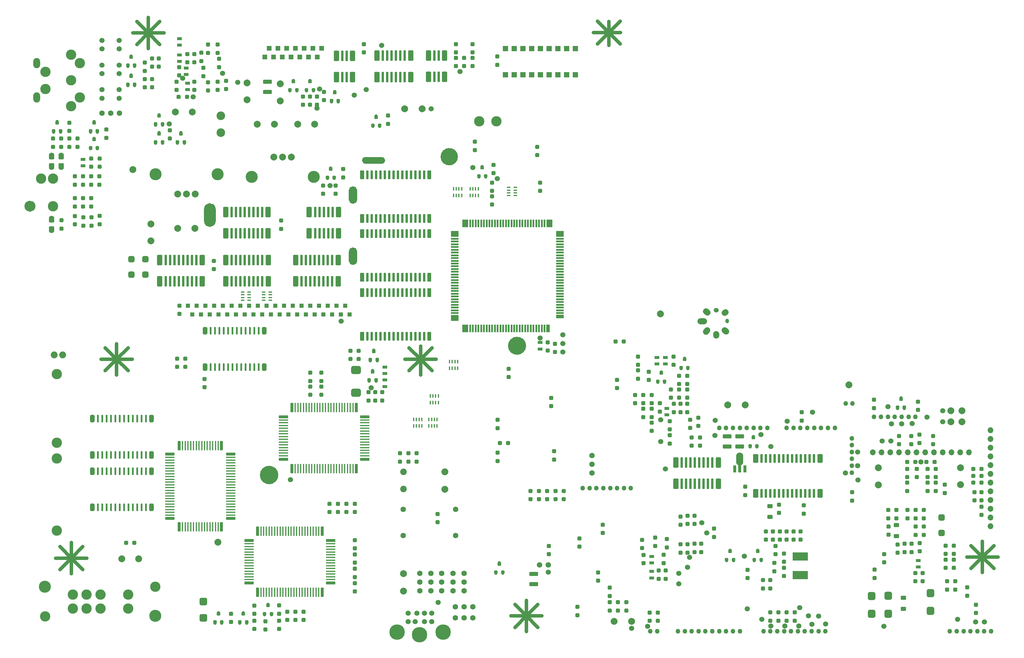
<source format=gbs>
G04 #@! TF.GenerationSoftware,KiCad,Pcbnew,7.0.8*
G04 #@! TF.CreationDate,2023-11-11T13:49:27+01:00*
G04 #@! TF.ProjectId,PCE,5043452e-6b69-4636-9164-5f7063625858,1.3*
G04 #@! TF.SameCoordinates,Original*
G04 #@! TF.FileFunction,Soldermask,Bot*
G04 #@! TF.FilePolarity,Negative*
%FSLAX46Y46*%
G04 Gerber Fmt 4.6, Leading zero omitted, Abs format (unit mm)*
G04 Created by KiCad (PCBNEW 7.0.8) date 2023-11-11 13:49:27*
%MOMM*%
%LPD*%
G01*
G04 APERTURE LIST*
G04 Aperture macros list*
%AMRoundRect*
0 Rectangle with rounded corners*
0 $1 Rounding radius*
0 $2 $3 $4 $5 $6 $7 $8 $9 X,Y pos of 4 corners*
0 Add a 4 corners polygon primitive as box body*
4,1,4,$2,$3,$4,$5,$6,$7,$8,$9,$2,$3,0*
0 Add four circle primitives for the rounded corners*
1,1,$1+$1,$2,$3*
1,1,$1+$1,$4,$5*
1,1,$1+$1,$6,$7*
1,1,$1+$1,$8,$9*
0 Add four rect primitives between the rounded corners*
20,1,$1+$1,$2,$3,$4,$5,0*
20,1,$1+$1,$4,$5,$6,$7,0*
20,1,$1+$1,$6,$7,$8,$9,0*
20,1,$1+$1,$8,$9,$2,$3,0*%
G04 Aperture macros list end*
%ADD10C,2.525000*%
%ADD11C,0.150000*%
%ADD12C,1.000000*%
%ADD13C,1.700000*%
%ADD14C,2.675000*%
%ADD15C,1.750000*%
%ADD16C,1.250000*%
%ADD17C,2.650000*%
%ADD18C,1.620000*%
%ADD19C,3.000000*%
%ADD20O,1.350000X1.350000*%
%ADD21C,1.600000*%
%ADD22C,1.500000*%
%ADD23C,2.000000*%
%ADD24O,1.700000X1.700000*%
%ADD25O,2.000000X3.000000*%
%ADD26C,4.500000*%
%ADD27RoundRect,0.070000X0.630000X0.630000X-0.630000X0.630000X-0.630000X-0.630000X0.630000X-0.630000X0*%
%ADD28O,2.000000X2.000000*%
%ADD29C,2.500000*%
%ADD30C,3.500000*%
%ADD31R,1.600000X1.600000*%
%ADD32C,1.900000*%
%ADD33RoundRect,0.292682X-0.307318X0.307318X-0.307318X-0.307318X0.307318X-0.307318X0.307318X0.307318X0*%
%ADD34RoundRect,0.292682X0.307318X-0.307318X0.307318X0.307318X-0.307318X0.307318X-0.307318X-0.307318X0*%
%ADD35RoundRect,0.200000X0.300000X-0.300000X0.300000X0.300000X-0.300000X0.300000X-0.300000X-0.300000X0*%
%ADD36C,1.000000*%
%ADD37RoundRect,0.250000X0.250000X-0.250000X0.250000X0.250000X-0.250000X0.250000X-0.250000X-0.250000X0*%
%ADD38RoundRect,0.207500X-0.207500X-1.181875X0.207500X-1.181875X0.207500X1.181875X-0.207500X1.181875X0*%
%ADD39RoundRect,0.103750X-0.103750X-1.285625X0.103750X-1.285625X0.103750X1.285625X-0.103750X1.285625X0*%
%ADD40RoundRect,0.207500X-1.181875X0.207500X-1.181875X-0.207500X1.181875X-0.207500X1.181875X0.207500X0*%
%ADD41RoundRect,0.103750X-1.285625X0.103750X-1.285625X-0.103750X1.285625X-0.103750X1.285625X0.103750X0*%
%ADD42RoundRect,0.150000X0.600000X-1.350000X0.600000X1.350000X-0.600000X1.350000X-0.600000X-1.350000X0*%
%ADD43RoundRect,0.060000X0.240000X-1.440000X0.240000X1.440000X-0.240000X1.440000X-0.240000X-1.440000X0*%
%ADD44R,0.400000X1.100000*%
%ADD45R,1.100000X0.400000*%
%ADD46RoundRect,0.478260X-0.621740X0.671740X-0.621740X-0.671740X0.621740X-0.671740X0.621740X0.671740X0*%
%ADD47RoundRect,0.219512X0.480488X-0.230488X0.480488X0.230488X-0.480488X0.230488X-0.480488X-0.230488X0*%
%ADD48R,0.900000X2.000000*%
%ADD49R,0.900000X2.500000*%
%ADD50RoundRect,1.050000X0.000000X-0.825000X0.000000X0.825000X0.000000X0.825000X0.000000X-0.825000X0*%
%ADD51RoundRect,0.292682X0.307318X0.307318X-0.307318X0.307318X-0.307318X-0.307318X0.307318X-0.307318X0*%
%ADD52RoundRect,0.292682X-0.307318X-0.307318X0.307318X-0.307318X0.307318X0.307318X-0.307318X0.307318X0*%
%ADD53RoundRect,0.060000X0.240000X-1.190000X0.240000X1.190000X-0.240000X1.190000X-0.240000X-1.190000X0*%
%ADD54RoundRect,0.391304X0.508696X-0.508696X0.508696X0.508696X-0.508696X0.508696X-0.508696X-0.508696X0*%
%ADD55RoundRect,0.250000X-0.550000X0.325000X-0.550000X-0.325000X0.550000X-0.325000X0.550000X0.325000X0*%
%ADD56RoundRect,0.326087X-0.473913X0.423913X-0.473913X-0.423913X0.473913X-0.423913X0.473913X0.423913X0*%
%ADD57R,2.300000X1.750000*%
%ADD58R,2.300000X0.500000*%
%ADD59R,1.750000X2.300000*%
%ADD60R,0.500000X2.300000*%
%ADD61R,2.300000X1.000000*%
%ADD62R,1.000000X2.300000*%
%ADD63RoundRect,0.325000X-0.325000X-0.753750X0.325000X-0.753750X0.325000X0.753750X-0.325000X0.753750X0*%
%ADD64RoundRect,0.142500X-0.142500X-0.936250X0.142500X-0.936250X0.142500X0.936250X-0.142500X0.936250X0*%
%ADD65RoundRect,0.250000X1.050000X-0.325000X1.050000X0.325000X-1.050000X0.325000X-1.050000X-0.325000X0*%
%ADD66RoundRect,0.326087X0.473913X-0.423913X0.473913X0.423913X-0.473913X0.423913X-0.473913X-0.423913X0*%
%ADD67RoundRect,0.219512X-0.480488X0.230488X-0.480488X-0.230488X0.480488X-0.230488X0.480488X0.230488X0*%
%ADD68RoundRect,0.151000X-0.604000X1.099000X-0.604000X-1.099000X0.604000X-1.099000X0.604000X1.099000X0*%
%ADD69RoundRect,0.060000X-0.240000X1.190000X-0.240000X-1.190000X0.240000X-1.190000X0.240000X1.190000X0*%
%ADD70RoundRect,0.250000X-1.050000X0.325000X-1.050000X-0.325000X1.050000X-0.325000X1.050000X0.325000X0*%
%ADD71RoundRect,0.478260X-0.621740X0.621740X-0.621740X-0.621740X0.621740X-0.621740X0.621740X0.621740X0*%
%ADD72R,4.400000X2.400000*%
%ADD73RoundRect,0.062500X0.562500X0.562500X-0.562500X0.562500X-0.562500X-0.562500X0.562500X-0.562500X0*%
%ADD74RoundRect,0.207500X0.207500X1.181875X-0.207500X1.181875X-0.207500X-1.181875X0.207500X-1.181875X0*%
%ADD75RoundRect,0.103750X0.103750X1.285625X-0.103750X1.285625X-0.103750X-1.285625X0.103750X-1.285625X0*%
%ADD76RoundRect,0.150000X-0.600000X1.350000X-0.600000X-1.350000X0.600000X-1.350000X0.600000X1.350000X0*%
%ADD77RoundRect,0.060000X-0.240000X1.440000X-0.240000X-1.440000X0.240000X-1.440000X0.240000X1.440000X0*%
%ADD78RoundRect,0.499999X-0.900001X0.650001X-0.900001X-0.650001X0.900001X-0.650001X0.900001X0.650001X0*%
%ADD79RoundRect,0.391304X-0.508696X0.508696X-0.508696X-0.508696X0.508696X-0.508696X0.508696X0.508696X0*%
G04 APERTURE END LIST*
D10*
X192262500Y-82600000D02*
G75*
G03*
X192262500Y-82600000I-1262500J0D01*
G01*
D11*
X119800000Y-97800000D02*
X123050000Y-97800000D01*
X123050000Y-101350000D01*
X119800000Y-101350000D01*
X119800000Y-97800000D01*
G36*
X119800000Y-97800000D02*
G01*
X123050000Y-97800000D01*
X123050000Y-101350000D01*
X119800000Y-101350000D01*
X119800000Y-97800000D01*
G37*
D12*
X179350000Y-144900000D02*
X182675000Y-141575000D01*
X81175000Y-203975000D02*
X81175000Y-194925000D01*
D13*
X122275000Y-97800000D02*
G75*
G03*
X122275000Y-97800000I-850000J0D01*
G01*
D12*
X77850000Y-202775000D02*
X81175000Y-199450000D01*
X81175000Y-199450000D02*
X84500000Y-202775000D01*
X234075000Y-43150000D02*
X237400000Y-46475000D01*
X213425000Y-216275000D02*
X216750000Y-219600000D01*
X210100000Y-212950000D02*
X213425000Y-216275000D01*
X182675000Y-141575000D02*
X186000000Y-144900000D01*
D14*
X139987500Y-175250000D02*
G75*
G03*
X139987500Y-175250000I-1337500J0D01*
G01*
D12*
X91000000Y-144900000D02*
X94325000Y-141575000D01*
X103550000Y-51125000D02*
X103550000Y-42075000D01*
X237400000Y-50200000D02*
X237400000Y-43275000D01*
X84500000Y-196125000D02*
X81175000Y-199450000D01*
X91000000Y-138250000D02*
X94325000Y-141575000D01*
X94325000Y-146100000D02*
X94325000Y-137050000D01*
X186000000Y-138250000D02*
X182675000Y-141575000D01*
D15*
X271030261Y-128044738D02*
X271253805Y-127821194D01*
X263950000Y-130500000D02*
X265000000Y-130500000D01*
D12*
X341450000Y-199125000D02*
X350500000Y-199125000D01*
X210100000Y-219600000D02*
X213425000Y-216275000D01*
D16*
X163650000Y-110250000D02*
G75*
G03*
X163650000Y-110250000I-625000J0D01*
G01*
D12*
X103550000Y-46600000D02*
X106875000Y-49925000D01*
X167125000Y-83675000D02*
G75*
G03*
X167125000Y-83675000I-500000J0D01*
G01*
X94325000Y-141575000D02*
X97650000Y-144900000D01*
X171875000Y-83675000D02*
G75*
G03*
X171875000Y-83675000I-500000J0D01*
G01*
X89800000Y-141575000D02*
X98850000Y-141575000D01*
D15*
X271394738Y-133444739D02*
X271005261Y-133055262D01*
D12*
X208900000Y-216275000D02*
X217950000Y-216275000D01*
X342650000Y-195800000D02*
X345975000Y-199125000D01*
D16*
X268450000Y-127250000D02*
X268650000Y-127250000D01*
D15*
X265555261Y-133519738D02*
X265944738Y-133130261D01*
D16*
X163650000Y-95050000D02*
G75*
G03*
X163650000Y-95050000I-625000J0D01*
G01*
D12*
X97650000Y-138250000D02*
X94325000Y-141575000D01*
X240725000Y-43150000D02*
X237400000Y-46475000D01*
X179350000Y-138250000D02*
X182675000Y-141575000D01*
D15*
X268575000Y-134650000D02*
X268575000Y-134150000D01*
G36*
X166625000Y-82675000D02*
G01*
X171375000Y-82675000D01*
X171375000Y-84675000D01*
X166625000Y-84675000D01*
X166625000Y-82675000D01*
G37*
D12*
X349300000Y-195800000D02*
X345975000Y-199125000D01*
D16*
X163650000Y-92450000D02*
G75*
G03*
X163650000Y-92450000I-625000J0D01*
G01*
D15*
X265969738Y-127944739D02*
X265580261Y-127555262D01*
D12*
X99025000Y-46600000D02*
X108075000Y-46600000D01*
X271725000Y-130525000D02*
X271725000Y-130325000D01*
D17*
X212025000Y-137625000D02*
G75*
G03*
X212025000Y-137625000I-1325000J0D01*
G01*
D12*
X106875000Y-43275000D02*
X103550000Y-46600000D01*
X76650000Y-199450000D02*
X85700000Y-199450000D01*
X100225000Y-43275000D02*
X103550000Y-46600000D01*
X232875000Y-46475000D02*
X240750000Y-46475000D01*
G36*
X161775000Y-110250000D02*
G01*
X164275000Y-110250000D01*
X164275000Y-112850000D01*
X161775000Y-112850000D01*
X161775000Y-110250000D01*
G37*
X345975000Y-199125000D02*
X349300000Y-202450000D01*
X342650000Y-202450000D02*
X345975000Y-199125000D01*
G36*
X161775000Y-92450000D02*
G01*
X164275000Y-92450000D01*
X164275000Y-95050000D01*
X161775000Y-95050000D01*
X161775000Y-92450000D01*
G37*
X77850000Y-196125000D02*
X81175000Y-199450000D01*
X213425000Y-220800000D02*
X213425000Y-211750000D01*
D18*
X69954400Y-97002600D02*
G75*
G03*
X69954400Y-97002600I-810000J0D01*
G01*
D12*
X178150000Y-141575000D02*
X187200000Y-141575000D01*
X100225000Y-49925000D02*
X103550000Y-46600000D01*
X216750000Y-212950000D02*
X213425000Y-216275000D01*
D16*
X163650000Y-112850000D02*
G75*
G03*
X163650000Y-112850000I-625000J0D01*
G01*
D12*
X234075000Y-49800000D02*
X237400000Y-46475000D01*
X237400000Y-46475000D02*
X240725000Y-49800000D01*
X182675000Y-146100000D02*
X182675000Y-137775000D01*
D13*
X122275000Y-101350000D02*
G75*
G03*
X122275000Y-101350000I-850000J0D01*
G01*
D12*
X345975000Y-203650000D02*
X345975000Y-194600000D01*
D19*
X76975000Y-165850000D03*
X76975000Y-145850000D03*
D20*
X303050000Y-161575000D03*
X301050000Y-161575000D03*
X299050000Y-161575000D03*
X297050000Y-161575000D03*
X295050000Y-161575000D03*
X293050000Y-161575000D03*
X291050000Y-161575000D03*
X289050000Y-161575000D03*
D21*
X192785000Y-213591200D03*
X195325000Y-213591200D03*
X197865000Y-213591200D03*
D22*
X95100000Y-65600000D03*
X90100000Y-65600000D03*
X95100000Y-63100000D03*
X90100000Y-63100000D03*
D21*
X232460800Y-169545000D03*
X232460800Y-172085000D03*
X232460800Y-174625000D03*
D20*
X249450000Y-220700000D03*
X251450000Y-220700000D03*
D22*
X95100000Y-58425000D03*
X90100000Y-58425000D03*
X95100000Y-55925000D03*
X90100000Y-55925000D03*
D20*
X282325000Y-220700000D03*
X284325000Y-220700000D03*
X286325000Y-220700000D03*
X288325000Y-220700000D03*
X290325000Y-220700000D03*
X292325000Y-220700000D03*
X294325000Y-220700000D03*
X296325000Y-220700000D03*
X298325000Y-220700000D03*
X300325000Y-220700000D03*
D21*
X192850000Y-185275000D03*
X177610000Y-185275000D03*
X177610000Y-192895000D03*
X192850000Y-192895000D03*
X182425000Y-208965000D03*
X182425000Y-206425000D03*
X182425000Y-203885000D03*
D23*
X339625000Y-173100000D03*
X339625000Y-178075000D03*
X111375000Y-69575000D03*
X116350000Y-69575000D03*
D22*
X95100000Y-51225000D03*
X90100000Y-51225000D03*
X95100000Y-48725000D03*
X90100000Y-48725000D03*
D24*
X314080000Y-168650000D03*
X316620000Y-168650000D03*
X319160000Y-168650000D03*
X321700000Y-168650000D03*
X324240000Y-168650000D03*
X326780000Y-168650000D03*
X329320000Y-168650000D03*
X331860000Y-168650000D03*
X334400000Y-168650000D03*
X336940000Y-168650000D03*
X339480000Y-168650000D03*
X342020000Y-168650000D03*
D23*
X141875000Y-61400000D03*
X141875000Y-66375000D03*
D21*
X219750000Y-201425000D03*
X217210000Y-201425000D03*
D23*
X123800000Y-194850000D03*
D21*
X185630000Y-208965000D03*
X185630000Y-206425000D03*
X185630000Y-203885000D03*
D20*
X283450000Y-161575000D03*
X281450000Y-161575000D03*
X279450000Y-161575000D03*
X277450000Y-161575000D03*
X275450000Y-161575000D03*
X273450000Y-161575000D03*
X271450000Y-161575000D03*
X269450000Y-161575000D03*
D21*
X192055000Y-208975000D03*
X192055000Y-206435000D03*
X192055000Y-203895000D03*
D25*
X71127600Y-65375800D03*
D19*
X73627600Y-62875800D03*
X73627600Y-57875800D03*
D25*
X71127600Y-55375800D03*
D19*
X81127600Y-67875800D03*
X81127600Y-60375800D03*
X81127600Y-52875800D03*
X83627600Y-65375800D03*
X83627600Y-55375800D03*
D20*
X257450000Y-220700000D03*
X259450000Y-220700000D03*
X261450000Y-220700000D03*
X263450000Y-220700000D03*
X265450000Y-220700000D03*
X267450000Y-220700000D03*
X269450000Y-220700000D03*
X271450000Y-220700000D03*
X273450000Y-220700000D03*
X275450000Y-220700000D03*
D23*
X315675000Y-173150000D03*
X315675000Y-178125000D03*
D26*
X189225000Y-220950000D03*
X182375000Y-221700000D03*
X175825000Y-220950000D03*
D22*
X183775000Y-217950000D03*
X181125000Y-217950000D03*
X185875000Y-217950000D03*
X183775000Y-215450000D03*
X179075000Y-217950000D03*
X185875000Y-215450000D03*
X181575000Y-215450000D03*
X179075000Y-215450000D03*
D20*
X336475000Y-220700000D03*
X338475000Y-220700000D03*
X340475000Y-220700000D03*
X342475000Y-220700000D03*
X344475000Y-220700000D03*
X346475000Y-220700000D03*
X348475000Y-220700000D03*
D23*
X189705000Y-174300000D03*
X189705000Y-179380000D03*
X99025000Y-86325000D03*
D27*
X137380000Y-53575000D03*
X138650000Y-51035000D03*
X139920000Y-53575000D03*
X141190000Y-51035000D03*
X142460000Y-53575000D03*
X143730000Y-51035000D03*
X145000000Y-53575000D03*
X146270000Y-51035000D03*
X147540000Y-53575000D03*
X148810000Y-51035000D03*
X150080000Y-53575000D03*
X151350000Y-51035000D03*
X152620000Y-53575000D03*
X153890000Y-51035000D03*
D23*
X135225000Y-73150000D03*
X140200000Y-73150000D03*
X177695000Y-209050000D03*
X177695000Y-203970000D03*
D28*
X76175000Y-140250000D03*
X78675000Y-140250000D03*
D20*
X308000000Y-174550000D03*
X308000000Y-172550000D03*
X308000000Y-170550000D03*
X308000000Y-168550000D03*
X308000000Y-166550000D03*
X308000000Y-164550000D03*
D23*
X95786800Y-199675000D03*
X100761800Y-199675000D03*
D19*
X76975000Y-170425000D03*
X76975000Y-191425000D03*
D23*
X336750000Y-156525000D03*
X336750000Y-159775000D03*
X340000000Y-156525000D03*
X340000000Y-159775000D03*
D21*
X95165000Y-69925000D03*
X92625000Y-69925000D03*
X90085000Y-69925000D03*
D20*
X243775000Y-179025000D03*
X241775000Y-179025000D03*
X239775000Y-179025000D03*
X237775000Y-179025000D03*
X235775000Y-179025000D03*
X233775000Y-179025000D03*
X231775000Y-179025000D03*
X229775000Y-179025000D03*
D21*
X188825000Y-208955000D03*
X188825000Y-206415000D03*
X188825000Y-203875000D03*
D19*
X199725000Y-72325000D03*
X204700000Y-72325000D03*
D23*
X183125000Y-68700000D03*
X178045000Y-68700000D03*
D20*
X326475000Y-158325000D03*
X324475000Y-158325000D03*
X322475000Y-158325000D03*
X320475000Y-158325000D03*
X318475000Y-158325000D03*
X316475000Y-158325000D03*
X314475000Y-158325000D03*
D23*
X307175000Y-148975000D03*
D20*
X308200000Y-154425000D03*
X306200000Y-154425000D03*
D22*
X144875000Y-176650000D03*
D23*
X252400000Y-128375000D03*
X271920000Y-154825000D03*
X277000000Y-154825000D03*
X104300000Y-102150000D03*
X104300000Y-107125000D03*
D29*
X124600000Y-70650000D03*
X124600000Y-75625000D03*
D30*
X105580000Y-216265000D03*
D19*
X105580000Y-207795000D03*
X73560000Y-216395000D03*
D30*
X73440000Y-207795000D03*
D19*
X97660000Y-214085000D03*
X97660000Y-210085000D03*
X89610000Y-214085000D03*
X89610000Y-210085000D03*
X85610000Y-214085000D03*
X85610000Y-210085000D03*
X81610000Y-214085000D03*
X81610000Y-210085000D03*
D31*
X207375000Y-58770000D03*
X209915000Y-58770000D03*
X212455000Y-58770000D03*
X214995000Y-58770000D03*
X217535000Y-58770000D03*
X220075000Y-58770000D03*
X222615000Y-58770000D03*
X225155000Y-58770000D03*
X227695000Y-58770000D03*
X227695000Y-51150000D03*
X225155000Y-51150000D03*
X222615000Y-51150000D03*
X220075000Y-51150000D03*
X217535000Y-51150000D03*
X214995000Y-51150000D03*
X212455000Y-51150000D03*
X209915000Y-51150000D03*
X207375000Y-51150000D03*
D21*
X192772800Y-216791600D03*
X195312800Y-216791600D03*
X197852800Y-216791600D03*
D19*
X72344400Y-89002600D03*
X75844400Y-89002600D03*
X75844400Y-97002600D03*
D23*
X112110000Y-93475000D03*
D30*
X123650000Y-87725000D03*
D23*
X114650000Y-93475000D03*
D30*
X105650000Y-87725000D03*
D23*
X117190000Y-93475000D03*
D21*
X195305000Y-208975000D03*
X195305000Y-206435000D03*
X195305000Y-203895000D03*
D22*
X252425000Y-159175000D03*
D23*
X112100000Y-103475000D03*
X117075000Y-103475000D03*
D32*
X177700000Y-179350000D03*
X177700000Y-174350000D03*
D22*
X224050000Y-139450000D03*
X224050000Y-136950000D03*
X224050000Y-134450000D03*
D23*
X145140000Y-82725000D03*
D30*
X133600000Y-88475000D03*
D23*
X142600000Y-82725000D03*
D30*
X151600000Y-88475000D03*
D23*
X140060000Y-82725000D03*
D24*
X348300000Y-162185000D03*
X348300000Y-164725000D03*
X348300000Y-167265000D03*
X348300000Y-169805000D03*
X348300000Y-172345000D03*
X348300000Y-174885000D03*
X348300000Y-177425000D03*
X348300000Y-179965000D03*
X348300000Y-182505000D03*
X348300000Y-185045000D03*
X348300000Y-187585000D03*
X348300000Y-190125000D03*
D23*
X146925000Y-73150000D03*
X151900000Y-73150000D03*
D22*
X252500000Y-165550000D03*
D23*
X132200000Y-61100000D03*
X132200000Y-66075000D03*
X238920000Y-217875000D03*
X244000000Y-217875000D03*
D33*
X152525000Y-65075000D03*
X152525000Y-67475000D03*
X217075000Y-179912500D03*
X217075000Y-182312500D03*
D34*
X161075000Y-186025000D03*
X161075000Y-183625000D03*
D33*
X330050000Y-177475000D03*
X330050000Y-179875000D03*
D35*
X131150000Y-215650000D03*
D36*
X131150000Y-215350000D03*
X132150000Y-218350000D03*
D37*
X132150000Y-218050000D03*
D36*
X130150000Y-218350000D03*
D37*
X130150000Y-218050000D03*
D34*
X242500000Y-214675000D03*
X242500000Y-212275000D03*
X216600000Y-82150000D03*
X216600000Y-79750000D03*
D38*
X135320000Y-191599000D03*
D39*
X136260000Y-191599000D03*
X137060000Y-191599000D03*
X137860000Y-191599000D03*
X138660000Y-191599000D03*
X139460000Y-191599000D03*
X140260000Y-191599000D03*
X141060000Y-191599000D03*
X141860000Y-191599000D03*
X142660000Y-191599000D03*
X143460000Y-191599000D03*
X144260000Y-191599000D03*
X145060000Y-191599000D03*
X145860000Y-191599000D03*
X146660000Y-191599000D03*
X147460000Y-191599000D03*
X148260000Y-191599000D03*
X149060000Y-191599000D03*
X149860000Y-191599000D03*
X150660000Y-191599000D03*
X151460000Y-191599000D03*
X152260000Y-191599000D03*
X153060000Y-191599000D03*
D38*
X154040000Y-191599000D03*
D40*
X156496800Y-194315000D03*
D41*
X156496800Y-195255000D03*
X156496800Y-196055000D03*
X156496800Y-196855000D03*
X156496800Y-197655000D03*
X156496800Y-198455000D03*
X156496800Y-199255000D03*
X156496800Y-200055000D03*
X156496800Y-200855000D03*
X156496800Y-201655000D03*
X156496800Y-202455000D03*
X156496800Y-203255000D03*
X156496800Y-204055000D03*
X156496800Y-204855000D03*
X156496800Y-205655000D03*
D40*
X156496800Y-206655000D03*
D38*
X154040000Y-209360200D03*
D39*
X153060000Y-209360200D03*
X152260000Y-209360200D03*
X151460000Y-209360200D03*
X150660000Y-209360200D03*
X149860000Y-209360200D03*
X149060000Y-209360200D03*
X148260000Y-209360200D03*
X147460000Y-209360200D03*
X146660000Y-209360200D03*
X145860000Y-209360200D03*
X145060000Y-209360200D03*
X144260000Y-209360200D03*
X143460000Y-209360200D03*
X142660000Y-209360200D03*
X141860000Y-209360200D03*
X141060000Y-209360200D03*
X140260000Y-209360200D03*
X139460000Y-209360200D03*
X138660000Y-209360200D03*
X137860000Y-209360200D03*
X137060000Y-209360200D03*
X136260000Y-209360200D03*
D38*
X135320000Y-209360200D03*
D40*
X132868400Y-206655000D03*
D41*
X132868400Y-205655000D03*
X132868400Y-204855000D03*
X132868400Y-204055000D03*
X132868400Y-203255000D03*
X132868400Y-202455000D03*
X132868400Y-201655000D03*
X132868400Y-200855000D03*
X132868400Y-200055000D03*
X132868400Y-199255000D03*
X132868400Y-198455000D03*
X132868400Y-197655000D03*
X132868400Y-196855000D03*
X132868400Y-196055000D03*
X132868400Y-195255000D03*
D40*
X132868400Y-194315000D03*
D22*
X166825000Y-63075000D03*
D42*
X158805000Y-104875000D03*
D43*
X157090000Y-104875000D03*
X155820000Y-104875000D03*
X154550000Y-104875000D03*
X153280000Y-104875000D03*
X152010000Y-104875000D03*
D42*
X150295000Y-104875000D03*
X150295000Y-98675000D03*
D43*
X152010000Y-98675000D03*
X153280000Y-98675000D03*
X154550000Y-98675000D03*
X155820000Y-98675000D03*
X157090000Y-98675000D03*
D42*
X158805000Y-98675000D03*
D35*
X322275000Y-153125000D03*
D36*
X322275000Y-152825000D03*
X323275000Y-155825000D03*
D37*
X323275000Y-155525000D03*
D36*
X321275000Y-155825000D03*
D37*
X321275000Y-155525000D03*
D33*
X249825000Y-159975000D03*
X249825000Y-162375000D03*
X326550000Y-190275000D03*
X326550000Y-192675000D03*
D22*
X185725000Y-68700000D03*
D33*
X192925000Y-53850000D03*
X192925000Y-56250000D03*
X134375000Y-217650000D03*
X134375000Y-220050000D03*
X167550000Y-151150000D03*
X167550000Y-153550000D03*
D34*
X262250000Y-189500000D03*
X262250000Y-187100000D03*
D44*
X193475000Y-144175000D03*
X192675000Y-144175000D03*
X191875000Y-144175000D03*
X191075000Y-144175000D03*
X191075000Y-142275000D03*
X191875000Y-142275000D03*
X192675000Y-142275000D03*
X193475000Y-142275000D03*
D45*
X137075000Y-124375000D03*
X137075000Y-123575000D03*
X137075000Y-122775000D03*
X137075000Y-121975000D03*
X138975000Y-121975000D03*
X138975000Y-122775000D03*
X138975000Y-123575000D03*
X138975000Y-124375000D03*
D33*
X332425000Y-173475000D03*
X332425000Y-175875000D03*
D42*
X189675000Y-59375000D03*
D43*
X187960000Y-59375000D03*
X186690000Y-59375000D03*
D42*
X184975000Y-59375000D03*
X184975000Y-53175000D03*
D43*
X186690000Y-53175000D03*
X187960000Y-53175000D03*
D42*
X189675000Y-53175000D03*
D33*
X163575000Y-198375000D03*
X163575000Y-200775000D03*
X171500000Y-151150000D03*
X171500000Y-153550000D03*
D22*
X322475000Y-160375000D03*
D46*
X313750000Y-210450000D03*
X313750000Y-215650000D03*
D47*
X84575000Y-85275000D03*
X84575000Y-83375000D03*
D33*
X127550000Y-215650000D03*
X127550000Y-218050000D03*
X326500000Y-203800000D03*
X326500000Y-206200000D03*
X321700000Y-163900000D03*
X321700000Y-166300000D03*
D34*
X89400000Y-102250000D03*
X89400000Y-99850000D03*
X325300000Y-166300000D03*
X325300000Y-163900000D03*
D38*
X145295000Y-155599000D03*
D39*
X146235000Y-155599000D03*
X147035000Y-155599000D03*
X147835000Y-155599000D03*
X148635000Y-155599000D03*
X149435000Y-155599000D03*
X150235000Y-155599000D03*
X151035000Y-155599000D03*
X151835000Y-155599000D03*
X152635000Y-155599000D03*
X153435000Y-155599000D03*
X154235000Y-155599000D03*
X155035000Y-155599000D03*
X155835000Y-155599000D03*
X156635000Y-155599000D03*
X157435000Y-155599000D03*
X158235000Y-155599000D03*
X159035000Y-155599000D03*
X159835000Y-155599000D03*
X160635000Y-155599000D03*
X161435000Y-155599000D03*
X162235000Y-155599000D03*
X163035000Y-155599000D03*
D38*
X164015000Y-155599000D03*
D40*
X166471800Y-158315000D03*
D41*
X166471800Y-159255000D03*
X166471800Y-160055000D03*
X166471800Y-160855000D03*
X166471800Y-161655000D03*
X166471800Y-162455000D03*
X166471800Y-163255000D03*
X166471800Y-164055000D03*
X166471800Y-164855000D03*
X166471800Y-165655000D03*
X166471800Y-166455000D03*
X166471800Y-167255000D03*
X166471800Y-168055000D03*
X166471800Y-168855000D03*
X166471800Y-169655000D03*
D40*
X166471800Y-170655000D03*
D38*
X164015000Y-173360200D03*
D39*
X163035000Y-173360200D03*
X162235000Y-173360200D03*
X161435000Y-173360200D03*
X160635000Y-173360200D03*
X159835000Y-173360200D03*
X159035000Y-173360200D03*
X158235000Y-173360200D03*
X157435000Y-173360200D03*
X156635000Y-173360200D03*
X155835000Y-173360200D03*
X155035000Y-173360200D03*
X154235000Y-173360200D03*
X153435000Y-173360200D03*
X152635000Y-173360200D03*
X151835000Y-173360200D03*
X151035000Y-173360200D03*
X150235000Y-173360200D03*
X149435000Y-173360200D03*
X148635000Y-173360200D03*
X147835000Y-173360200D03*
X147035000Y-173360200D03*
X146235000Y-173360200D03*
D38*
X145295000Y-173360200D03*
D40*
X142843400Y-170655000D03*
D41*
X142843400Y-169655000D03*
X142843400Y-168855000D03*
X142843400Y-168055000D03*
X142843400Y-167255000D03*
X142843400Y-166455000D03*
X142843400Y-165655000D03*
X142843400Y-164855000D03*
X142843400Y-164055000D03*
X142843400Y-163255000D03*
X142843400Y-162455000D03*
X142843400Y-161655000D03*
X142843400Y-160855000D03*
X142843400Y-160055000D03*
X142843400Y-159255000D03*
D40*
X142843400Y-158315000D03*
D34*
X260250000Y-189500000D03*
X260250000Y-187100000D03*
D33*
X102550000Y-60000000D03*
X102550000Y-62400000D03*
D22*
X113550000Y-59800000D03*
D35*
X145700000Y-60725000D03*
D36*
X145700000Y-60425000D03*
X146700000Y-63425000D03*
D37*
X146700000Y-63125000D03*
D36*
X144700000Y-63425000D03*
D37*
X144700000Y-63125000D03*
D48*
X276925000Y-173450000D03*
D49*
X275425000Y-173200000D03*
D50*
X275425000Y-170575000D03*
D48*
X273925000Y-173450000D03*
D34*
X294025000Y-186475000D03*
X294025000Y-184075000D03*
D33*
X287070800Y-191662200D03*
X287070800Y-194062200D03*
D34*
X337675000Y-202287500D03*
X337675000Y-199887500D03*
D33*
X335725000Y-206175000D03*
X335725000Y-208575000D03*
D51*
X241750000Y-136425000D03*
X239350000Y-136425000D03*
D34*
X221900000Y-182312500D03*
X221900000Y-179912500D03*
X118900000Y-54750000D03*
X118900000Y-52350000D03*
D33*
X197750000Y-49850000D03*
X197750000Y-52250000D03*
D34*
X237625000Y-210450000D03*
X237625000Y-208050000D03*
D35*
X259375000Y-141575000D03*
D36*
X259375000Y-141275000D03*
X260375000Y-144275000D03*
D37*
X260375000Y-143975000D03*
D36*
X258375000Y-144275000D03*
D37*
X258375000Y-143975000D03*
D34*
X78200000Y-79725000D03*
X78200000Y-77325000D03*
D51*
X345675000Y-173475000D03*
X343275000Y-173475000D03*
D52*
X324075000Y-171475000D03*
X326475000Y-171475000D03*
D22*
X109625000Y-73075000D03*
D33*
X261450000Y-164300000D03*
X261450000Y-166700000D03*
D34*
X89350000Y-90725000D03*
X89350000Y-88325000D03*
X142175000Y-103600000D03*
X142175000Y-101200000D03*
X251875000Y-205450000D03*
X251875000Y-203050000D03*
D35*
X87750000Y-77575000D03*
D36*
X87750000Y-77275000D03*
X88750000Y-80275000D03*
D37*
X88750000Y-79975000D03*
D36*
X86750000Y-80275000D03*
D37*
X86750000Y-79975000D03*
D22*
X277622000Y-214223600D03*
D34*
X235650000Y-192100000D03*
X235650000Y-189700000D03*
D22*
X197850000Y-85800000D03*
D33*
X326875000Y-173475000D03*
X326875000Y-175875000D03*
D34*
X89375000Y-85525000D03*
X89375000Y-83125000D03*
X318675000Y-192650000D03*
X318675000Y-190250000D03*
D22*
X264400000Y-189100000D03*
D34*
X146325000Y-217425000D03*
X146325000Y-215025000D03*
D22*
X319475000Y-160375000D03*
D34*
X288264600Y-200482200D03*
X288264600Y-198082200D03*
D44*
X194625000Y-93875000D03*
X193825000Y-93875000D03*
X193025000Y-93875000D03*
X192225000Y-93875000D03*
X192225000Y-91975000D03*
X193025000Y-91975000D03*
X193825000Y-91975000D03*
X194625000Y-91975000D03*
D34*
X249825000Y-154375000D03*
X249825000Y-151975000D03*
X86975000Y-90725000D03*
X86975000Y-88325000D03*
D53*
X184950000Y-100550000D03*
X185425000Y-100550000D03*
X183680000Y-100550000D03*
X182410000Y-100550000D03*
X181140000Y-100550000D03*
X179870000Y-100550000D03*
X178600000Y-100550000D03*
X177330000Y-100550000D03*
X176060000Y-100550000D03*
X174790000Y-100550000D03*
X173520000Y-100550000D03*
X172250000Y-100550000D03*
X170980000Y-100550000D03*
X169710000Y-100550000D03*
X168440000Y-100550000D03*
X167170000Y-100550000D03*
X165425000Y-100550000D03*
X165900000Y-100550000D03*
X165425000Y-87850000D03*
X165900000Y-87850000D03*
X167170000Y-87850000D03*
X168440000Y-87850000D03*
X169710000Y-87850000D03*
X170980000Y-87850000D03*
X172250000Y-87850000D03*
X173520000Y-87850000D03*
X174790000Y-87850000D03*
X176060000Y-87850000D03*
X177330000Y-87850000D03*
X178600000Y-87850000D03*
X179870000Y-87850000D03*
X181140000Y-87850000D03*
X182410000Y-87850000D03*
X183680000Y-87850000D03*
X184950000Y-87850000D03*
X185425000Y-87850000D03*
D34*
X286689800Y-217658800D03*
X286689800Y-215258800D03*
X234275000Y-206000000D03*
X234275000Y-203600000D03*
X255425000Y-152775000D03*
X255425000Y-150375000D03*
D33*
X120925000Y-60950000D03*
X120925000Y-63350000D03*
D34*
X220650000Y-155200000D03*
X220650000Y-152800000D03*
D33*
X330050000Y-173475000D03*
X330050000Y-175875000D03*
D22*
X346550000Y-217975000D03*
D34*
X150525000Y-67475000D03*
X150525000Y-65075000D03*
D33*
X256275000Y-154550000D03*
X256275000Y-156950000D03*
D46*
X330900000Y-209625000D03*
X330900000Y-214825000D03*
D34*
X84625000Y-102675000D03*
X84625000Y-100275000D03*
D33*
X344100000Y-213000000D03*
X344100000Y-215400000D03*
D22*
X171350000Y-50175000D03*
D33*
X163575000Y-202550000D03*
X163575000Y-204950000D03*
D22*
X325525000Y-160300000D03*
D54*
X98600000Y-116925000D03*
X98600000Y-112425000D03*
D22*
X338725000Y-217225000D03*
D34*
X289052000Y-217658800D03*
X289052000Y-215258800D03*
D33*
X169525000Y-151150000D03*
X169525000Y-153550000D03*
D55*
X322950000Y-211000000D03*
X322950000Y-214200000D03*
D22*
X219750000Y-203500000D03*
D34*
X228850000Y-196075000D03*
X228850000Y-193675000D03*
D33*
X237625000Y-212275000D03*
X237625000Y-214675000D03*
D34*
X317375000Y-200675000D03*
X317375000Y-198275000D03*
D21*
X78206600Y-82197000D03*
D56*
X78206600Y-82647000D03*
X78206600Y-85247000D03*
D21*
X78206600Y-85697000D03*
D33*
X176700000Y-168929200D03*
X176700000Y-171329200D03*
D53*
X184950000Y-117675000D03*
X185425000Y-117675000D03*
X183680000Y-117675000D03*
X182410000Y-117675000D03*
X181140000Y-117675000D03*
X179870000Y-117675000D03*
X178600000Y-117675000D03*
X177330000Y-117675000D03*
X176060000Y-117675000D03*
X174790000Y-117675000D03*
X173520000Y-117675000D03*
X172250000Y-117675000D03*
X170980000Y-117675000D03*
X169710000Y-117675000D03*
X168440000Y-117675000D03*
X167170000Y-117675000D03*
X165425000Y-117675000D03*
X165900000Y-117675000D03*
X165425000Y-104975000D03*
X165900000Y-104975000D03*
X167170000Y-104975000D03*
X168440000Y-104975000D03*
X169710000Y-104975000D03*
X170980000Y-104975000D03*
X172250000Y-104975000D03*
X173520000Y-104975000D03*
X174790000Y-104975000D03*
X176060000Y-104975000D03*
X177330000Y-104975000D03*
X178600000Y-104975000D03*
X179870000Y-104975000D03*
X181140000Y-104975000D03*
X182410000Y-104975000D03*
X183680000Y-104975000D03*
X184950000Y-104975000D03*
X185425000Y-104975000D03*
D33*
X328950000Y-185450000D03*
X328950000Y-187850000D03*
X285064200Y-191662200D03*
X285064200Y-194062200D03*
D57*
X192575000Y-129525000D03*
D58*
X192575000Y-128100000D03*
X192575000Y-127300000D03*
X192575000Y-126500000D03*
X192575000Y-125700000D03*
X192575000Y-124900000D03*
X192575000Y-124100000D03*
X192575000Y-123300000D03*
X192575000Y-122500000D03*
X192575000Y-121700000D03*
X192575000Y-120900000D03*
X192575000Y-120100000D03*
X192575000Y-119300000D03*
X192575000Y-118500000D03*
X192575000Y-117700000D03*
X192575000Y-116900000D03*
X192575000Y-116100000D03*
X192575000Y-115300000D03*
X192575000Y-114500000D03*
X192575000Y-113700000D03*
X192575000Y-112900000D03*
X192575000Y-112100000D03*
X192575000Y-111300000D03*
X192575000Y-110500000D03*
X192575000Y-109700000D03*
X192575000Y-108900000D03*
X192575000Y-108100000D03*
X192575000Y-107300000D03*
X192575000Y-106500000D03*
D57*
X192575000Y-105075000D03*
D59*
X195650000Y-102000000D03*
D60*
X197075000Y-102000000D03*
X197875000Y-102000000D03*
X198675000Y-102000000D03*
X199475000Y-102000000D03*
X200275000Y-102000000D03*
X201075000Y-102000000D03*
X201875000Y-102000000D03*
X202675000Y-102000000D03*
X203475000Y-102000000D03*
X204275000Y-102000000D03*
X205075000Y-102000000D03*
X205875000Y-102000000D03*
X206675000Y-102000000D03*
X207475000Y-102000000D03*
X208275000Y-102000000D03*
X209075000Y-102000000D03*
X209875000Y-102000000D03*
X210675000Y-102000000D03*
X211475000Y-102000000D03*
X212275000Y-102000000D03*
X213075000Y-102000000D03*
X213875000Y-102000000D03*
X214675000Y-102000000D03*
X215475000Y-102000000D03*
X216275000Y-102000000D03*
X217075000Y-102000000D03*
X217875000Y-102000000D03*
X218675000Y-102000000D03*
D59*
X220100000Y-102000000D03*
D57*
X223175000Y-105075000D03*
D58*
X223175000Y-106500000D03*
X223175000Y-107300000D03*
X223175000Y-108100000D03*
X223175000Y-108900000D03*
X223175000Y-109700000D03*
X223175000Y-110500000D03*
X223175000Y-111300000D03*
X223175000Y-112100000D03*
X223175000Y-112900000D03*
X223175000Y-113700000D03*
X223175000Y-114500000D03*
X223175000Y-115300000D03*
X223175000Y-116100000D03*
X223175000Y-116900000D03*
X223175000Y-117700000D03*
X223175000Y-118500000D03*
X223175000Y-119300000D03*
X223175000Y-120100000D03*
X223175000Y-120900000D03*
X223175000Y-121700000D03*
X223175000Y-122500000D03*
X223175000Y-123300000D03*
X223175000Y-124100000D03*
X223175000Y-124900000D03*
X223175000Y-125700000D03*
X223175000Y-126500000D03*
X223175000Y-127300000D03*
X223175000Y-128100000D03*
D61*
X223175000Y-129150000D03*
D62*
X219725000Y-132600000D03*
D60*
X218675000Y-132600000D03*
X217875000Y-132600000D03*
X217075000Y-132600000D03*
X216275000Y-132600000D03*
X215475000Y-132600000D03*
X214675000Y-132600000D03*
X213875000Y-132600000D03*
X213075000Y-132600000D03*
X212275000Y-132600000D03*
X211475000Y-132600000D03*
X210675000Y-132600000D03*
X209875000Y-132600000D03*
X209075000Y-132600000D03*
X208275000Y-132600000D03*
X207475000Y-132600000D03*
X206675000Y-132600000D03*
X205875000Y-132600000D03*
X205075000Y-132600000D03*
X204275000Y-132600000D03*
X203475000Y-132600000D03*
X202675000Y-132600000D03*
X201875000Y-132600000D03*
X201075000Y-132600000D03*
X200275000Y-132600000D03*
X199475000Y-132600000D03*
X198675000Y-132600000D03*
X197875000Y-132600000D03*
X197075000Y-132600000D03*
D59*
X195650000Y-132600000D03*
D33*
X260200000Y-146375000D03*
X260200000Y-148775000D03*
D63*
X87269600Y-174116800D03*
D64*
X88860000Y-174115550D03*
X90130000Y-174115550D03*
X91400000Y-174115550D03*
X92670000Y-174115550D03*
X93940000Y-174115550D03*
X95210000Y-174115550D03*
X96480000Y-174115550D03*
X97750000Y-174115550D03*
X99020000Y-174115550D03*
X100290000Y-174115550D03*
X101560000Y-174115550D03*
X102830000Y-174115550D03*
D63*
X104465400Y-174116800D03*
X104465400Y-184683200D03*
D64*
X102830000Y-184681950D03*
X101560000Y-184681950D03*
X100290000Y-184681950D03*
X99020000Y-184681950D03*
X97750000Y-184681950D03*
X96480000Y-184681950D03*
X95210000Y-184681950D03*
X93940000Y-184681950D03*
X92670000Y-184681950D03*
X91400000Y-184681950D03*
X90130000Y-184681950D03*
X88860000Y-184681950D03*
D63*
X87269600Y-184683200D03*
D35*
X168700000Y-145175000D03*
D36*
X168700000Y-144875000D03*
X169700000Y-147875000D03*
D37*
X169700000Y-147575000D03*
D36*
X167700000Y-147875000D03*
D37*
X167700000Y-147575000D03*
D33*
X214650000Y-179912500D03*
X214650000Y-182312500D03*
D52*
X112375000Y-65175000D03*
X114775000Y-65175000D03*
D34*
X205075000Y-171150000D03*
X205075000Y-168750000D03*
D45*
X210200000Y-91525000D03*
X210200000Y-92325000D03*
X210200000Y-93125000D03*
X210200000Y-93925000D03*
X208300000Y-93925000D03*
X208300000Y-93125000D03*
X208300000Y-92325000D03*
X208300000Y-91525000D03*
D22*
X156325000Y-90975000D03*
X187775000Y-212300000D03*
X217450000Y-135350000D03*
D35*
X106650000Y-75925000D03*
D36*
X106650000Y-75625000D03*
X107650000Y-78625000D03*
D37*
X107650000Y-78325000D03*
D36*
X105650000Y-78625000D03*
D37*
X105650000Y-78325000D03*
D34*
X82925000Y-79725000D03*
X82925000Y-77325000D03*
D22*
X306175000Y-174700000D03*
D33*
X264250000Y-195275000D03*
X264250000Y-197675000D03*
D22*
X276783800Y-198882000D03*
D35*
X98575000Y-53600000D03*
D36*
X98575000Y-53300000D03*
X99575000Y-56300000D03*
D37*
X99575000Y-56000000D03*
D36*
X97575000Y-56300000D03*
D37*
X97575000Y-56000000D03*
D34*
X253875000Y-205450000D03*
X253875000Y-203050000D03*
D33*
X258250000Y-195425000D03*
X258250000Y-197825000D03*
D22*
X268175000Y-163750000D03*
D34*
X153800000Y-147875000D03*
X153800000Y-145475000D03*
X221700000Y-139450000D03*
X221700000Y-137050000D03*
D52*
X343275000Y-175475000D03*
X345675000Y-175475000D03*
D35*
X150525000Y-60725000D03*
D36*
X150525000Y-60425000D03*
X151525000Y-63425000D03*
D37*
X151525000Y-63125000D03*
D36*
X149525000Y-63425000D03*
D37*
X149525000Y-63125000D03*
D22*
X129525000Y-60950000D03*
D34*
X208275000Y-146750000D03*
X208275000Y-144350000D03*
D22*
X260250000Y-202100000D03*
X343950000Y-217975000D03*
X309725000Y-168550000D03*
D54*
X102650000Y-116925000D03*
X102650000Y-112425000D03*
D34*
X87025000Y-102675000D03*
X87025000Y-100275000D03*
D45*
X130925000Y-124375000D03*
X130925000Y-123575000D03*
X130925000Y-122775000D03*
X130925000Y-121975000D03*
X132825000Y-121975000D03*
X132825000Y-122775000D03*
X132825000Y-123575000D03*
X132825000Y-124375000D03*
D34*
X328550000Y-206200000D03*
X328550000Y-203800000D03*
D33*
X335300000Y-199887500D03*
X335300000Y-202287500D03*
X120925000Y-49975000D03*
X120925000Y-52375000D03*
X153800000Y-149475000D03*
X153800000Y-151875000D03*
D42*
X179790000Y-59400000D03*
D43*
X178075000Y-59400000D03*
X176805000Y-59400000D03*
X175535000Y-59400000D03*
X174265000Y-59400000D03*
X172995000Y-59400000D03*
X171725000Y-59400000D03*
D42*
X170010000Y-59400000D03*
X170010000Y-53200000D03*
D43*
X171725000Y-53200000D03*
X172995000Y-53200000D03*
X174265000Y-53200000D03*
X175535000Y-53200000D03*
X176805000Y-53200000D03*
X178075000Y-53200000D03*
D42*
X179790000Y-53200000D03*
D34*
X341525000Y-210375000D03*
X341525000Y-207975000D03*
X256175000Y-143175000D03*
X256175000Y-140775000D03*
X163525000Y-186025000D03*
X163525000Y-183625000D03*
D65*
X275375000Y-166975000D03*
X275375000Y-164025000D03*
D21*
X75412600Y-104056600D03*
D66*
X75412600Y-103606600D03*
X75412600Y-101006600D03*
D21*
X75412600Y-100556600D03*
D33*
X124100000Y-54125000D03*
X124100000Y-56525000D03*
D22*
X159600000Y-130500000D03*
D35*
X156575000Y-86200000D03*
D36*
X156575000Y-85900000D03*
X157575000Y-88900000D03*
D37*
X157575000Y-88600000D03*
D36*
X155575000Y-88900000D03*
D37*
X155575000Y-88600000D03*
D33*
X293090600Y-191662200D03*
X293090600Y-194062200D03*
X314475000Y-153350000D03*
X314475000Y-155750000D03*
D22*
X244000000Y-219900000D03*
D34*
X327250000Y-156300000D03*
X327250000Y-153900000D03*
D33*
X104600000Y-53975000D03*
X104600000Y-56375000D03*
D47*
X327300000Y-202025000D03*
X327300000Y-200125000D03*
D67*
X254225000Y-155825000D03*
X254225000Y-157725000D03*
D63*
X120039600Y-133259850D03*
D64*
X121630000Y-133258600D03*
X122900000Y-133258600D03*
X124170000Y-133258600D03*
X125440000Y-133258600D03*
X126710000Y-133258600D03*
X127980000Y-133258600D03*
X129250000Y-133258600D03*
X130520000Y-133258600D03*
X131790000Y-133258600D03*
X133060000Y-133258600D03*
X134330000Y-133258600D03*
X135600000Y-133258600D03*
D63*
X137235400Y-133259850D03*
X137235400Y-143826250D03*
D64*
X135600000Y-143825000D03*
X134330000Y-143825000D03*
X133060000Y-143825000D03*
X131790000Y-143825000D03*
X130520000Y-143825000D03*
X129250000Y-143825000D03*
X127980000Y-143825000D03*
X126710000Y-143825000D03*
X125440000Y-143825000D03*
X124170000Y-143825000D03*
X122900000Y-143825000D03*
X121630000Y-143825000D03*
D63*
X120039600Y-143826250D03*
D22*
X309775000Y-176675000D03*
D34*
X141550000Y-215600000D03*
X141550000Y-213200000D03*
D42*
X138360000Y-104875000D03*
D43*
X136645000Y-104875000D03*
X135375000Y-104875000D03*
X134105000Y-104875000D03*
X132835000Y-104875000D03*
X131565000Y-104875000D03*
X130295000Y-104875000D03*
X129025000Y-104875000D03*
X127755000Y-104875000D03*
D42*
X126040000Y-104875000D03*
X126040000Y-98675000D03*
D43*
X127755000Y-98675000D03*
X129025000Y-98675000D03*
X130295000Y-98675000D03*
X131565000Y-98675000D03*
X132835000Y-98675000D03*
X134105000Y-98675000D03*
X135375000Y-98675000D03*
X136645000Y-98675000D03*
D42*
X138360000Y-98675000D03*
D33*
X114900000Y-52750000D03*
X114900000Y-55150000D03*
D34*
X82175000Y-90725000D03*
X82175000Y-88325000D03*
X143925000Y-217425000D03*
X143925000Y-215025000D03*
D53*
X184950000Y-134850000D03*
X185425000Y-134850000D03*
X183680000Y-134850000D03*
X182410000Y-134850000D03*
X181140000Y-134850000D03*
X179870000Y-134850000D03*
X178600000Y-134850000D03*
X177330000Y-134850000D03*
X176060000Y-134850000D03*
X174790000Y-134850000D03*
X173520000Y-134850000D03*
X172250000Y-134850000D03*
X170980000Y-134850000D03*
X169710000Y-134850000D03*
X168440000Y-134850000D03*
X167170000Y-134850000D03*
X165425000Y-134850000D03*
X165900000Y-134850000D03*
X165425000Y-122150000D03*
X165900000Y-122150000D03*
X167170000Y-122150000D03*
X168440000Y-122150000D03*
X169710000Y-122150000D03*
X170980000Y-122150000D03*
X172250000Y-122150000D03*
X173520000Y-122150000D03*
X174790000Y-122150000D03*
X176060000Y-122150000D03*
X177330000Y-122150000D03*
X178600000Y-122150000D03*
X179870000Y-122150000D03*
X181140000Y-122150000D03*
X182410000Y-122150000D03*
X183680000Y-122150000D03*
X184950000Y-122150000D03*
X185425000Y-122150000D03*
D34*
X249000000Y-147575000D03*
X249000000Y-145175000D03*
D33*
X109825000Y-74900000D03*
X109825000Y-77300000D03*
D34*
X156225000Y-186025000D03*
X156225000Y-183625000D03*
D33*
X261000000Y-159150000D03*
X261000000Y-161550000D03*
D34*
X166225000Y-52275000D03*
X166225000Y-49875000D03*
X154325000Y-93375000D03*
X154325000Y-90975000D03*
X179100000Y-171329200D03*
X179100000Y-168929200D03*
D47*
X114950000Y-63100000D03*
X114950000Y-61200000D03*
D33*
X114274600Y-141370200D03*
X114274600Y-143770200D03*
X284276800Y-205835400D03*
X284276800Y-208235400D03*
D55*
X284250000Y-184275000D03*
X284250000Y-187475000D03*
D22*
X153300000Y-62900000D03*
D33*
X228275000Y-213625000D03*
X228275000Y-216025000D03*
D34*
X255050000Y-161975000D03*
X255050000Y-159575000D03*
D33*
X123725000Y-60750000D03*
X123725000Y-63150000D03*
D63*
X87275577Y-158866800D03*
D64*
X88865977Y-158865550D03*
X90135977Y-158865550D03*
X91405977Y-158865550D03*
X92675977Y-158865550D03*
X93945977Y-158865550D03*
X95215977Y-158865550D03*
X96485977Y-158865550D03*
X97755977Y-158865550D03*
X99025977Y-158865550D03*
X100295977Y-158865550D03*
X101565977Y-158865550D03*
X102835977Y-158865550D03*
D63*
X104471377Y-158866800D03*
X104471377Y-169433200D03*
D64*
X102835977Y-169431950D03*
X101565977Y-169431950D03*
X100295977Y-169431950D03*
X99025977Y-169431950D03*
X97755977Y-169431950D03*
X96485977Y-169431950D03*
X95215977Y-169431950D03*
X93945977Y-169431950D03*
X92675977Y-169431950D03*
X91405977Y-169431950D03*
X90135977Y-169431950D03*
X88865977Y-169431950D03*
D63*
X87275577Y-169433200D03*
D21*
X75412600Y-82197000D03*
D56*
X75412600Y-82647000D03*
X75412600Y-85247000D03*
D21*
X75412600Y-85697000D03*
D35*
X279425000Y-164350000D03*
D36*
X279425000Y-164050000D03*
X280425000Y-167050000D03*
D37*
X280425000Y-166750000D03*
D36*
X278425000Y-167050000D03*
D37*
X278425000Y-166750000D03*
D22*
X296550000Y-156950000D03*
D33*
X240000000Y-212275000D03*
X240000000Y-214675000D03*
X195350000Y-53850000D03*
X195350000Y-56250000D03*
X78308200Y-101106600D03*
X78308200Y-103506600D03*
X343625000Y-180250000D03*
X343625000Y-182650000D03*
D68*
X280055000Y-170470000D03*
D69*
X281780000Y-170470000D03*
X283050000Y-170470000D03*
X284320000Y-170470000D03*
X285590000Y-170470000D03*
X286860000Y-170470000D03*
X288130000Y-170470000D03*
X289400000Y-170470000D03*
X290670000Y-170470000D03*
X291940000Y-170470000D03*
X293210000Y-170470000D03*
X294480000Y-170470000D03*
X295750000Y-170470000D03*
X297020000Y-170470000D03*
D68*
X298740000Y-170470000D03*
X298740000Y-180630000D03*
D69*
X297020000Y-180630000D03*
X295750000Y-180630000D03*
X294480000Y-180630000D03*
X293210000Y-180630000D03*
X291940000Y-180630000D03*
X290670000Y-180630000D03*
X289400000Y-180630000D03*
X288130000Y-180630000D03*
X286860000Y-180630000D03*
X285590000Y-180630000D03*
X284320000Y-180630000D03*
X283050000Y-180630000D03*
X281780000Y-180630000D03*
D68*
X280055000Y-180630000D03*
D33*
X345675000Y-180250000D03*
X345675000Y-182650000D03*
D34*
X285851600Y-198278600D03*
X285851600Y-195878600D03*
D35*
X169075000Y-139275000D03*
D36*
X169075000Y-138975000D03*
X170075000Y-141975000D03*
D37*
X170075000Y-141675000D03*
D36*
X168075000Y-141975000D03*
D37*
X168075000Y-141675000D03*
D33*
X257800000Y-146375000D03*
X257800000Y-148775000D03*
X345675000Y-184450000D03*
X345675000Y-186850000D03*
D34*
X245825000Y-143175000D03*
X245825000Y-140775000D03*
D35*
X157750000Y-63925000D03*
D36*
X157750000Y-63625000D03*
X158750000Y-66625000D03*
D37*
X158750000Y-66325000D03*
D36*
X156750000Y-66625000D03*
D37*
X156750000Y-66325000D03*
D35*
X123900000Y-215650000D03*
D36*
X123900000Y-215350000D03*
X124900000Y-218350000D03*
D37*
X124900000Y-218050000D03*
D36*
X122900000Y-218350000D03*
D37*
X122900000Y-218050000D03*
D33*
X173175000Y-70625000D03*
X173175000Y-73025000D03*
X247400000Y-151975000D03*
X247400000Y-154375000D03*
X318575000Y-185450000D03*
X318575000Y-187850000D03*
D34*
X249225000Y-217700000D03*
X249225000Y-215300000D03*
D42*
X119185000Y-118875000D03*
D43*
X117470000Y-118875000D03*
X116200000Y-118875000D03*
X114930000Y-118875000D03*
X113660000Y-118875000D03*
X112390000Y-118875000D03*
X111120000Y-118875000D03*
X109850000Y-118875000D03*
X108580000Y-118875000D03*
D42*
X106865000Y-118875000D03*
X106865000Y-112675000D03*
D43*
X108580000Y-112675000D03*
X109850000Y-112675000D03*
X111120000Y-112675000D03*
X112390000Y-112675000D03*
X113660000Y-112675000D03*
X114930000Y-112675000D03*
X116200000Y-112675000D03*
X117470000Y-112675000D03*
D42*
X119185000Y-112675000D03*
D33*
X260175000Y-154550000D03*
X260175000Y-156950000D03*
D34*
X258250000Y-189725000D03*
X258250000Y-187325000D03*
D22*
X116600000Y-65175000D03*
D35*
X252600000Y-145575000D03*
D36*
X252600000Y-145275000D03*
X253600000Y-148275000D03*
D37*
X253600000Y-147975000D03*
D36*
X251600000Y-148275000D03*
D37*
X251600000Y-147975000D03*
D47*
X251375000Y-142925000D03*
X251375000Y-141025000D03*
D34*
X291084000Y-194062200D03*
X291084000Y-191662200D03*
D22*
X260825000Y-199200000D03*
D33*
X332425000Y-177475000D03*
X332425000Y-179875000D03*
X239725000Y-147575000D03*
X239725000Y-149975000D03*
D34*
X250825000Y-195900000D03*
X250825000Y-193500000D03*
D51*
X208100000Y-165950000D03*
X205700000Y-165950000D03*
D33*
X255050000Y-163675000D03*
X255050000Y-166075000D03*
D34*
X82225000Y-97075000D03*
X82225000Y-94675000D03*
X254275000Y-196300000D03*
X254275000Y-193900000D03*
X308125000Y-182675000D03*
X308125000Y-180275000D03*
D70*
X215587750Y-204025000D03*
X215587750Y-206975000D03*
D42*
X138385000Y-118875000D03*
D43*
X136670000Y-118875000D03*
X135400000Y-118875000D03*
X134130000Y-118875000D03*
X132860000Y-118875000D03*
X131590000Y-118875000D03*
X130320000Y-118875000D03*
X129050000Y-118875000D03*
X127780000Y-118875000D03*
D42*
X126065000Y-118875000D03*
X126065000Y-112675000D03*
D43*
X127780000Y-112675000D03*
X129050000Y-112675000D03*
X130320000Y-112675000D03*
X131590000Y-112675000D03*
X132860000Y-112675000D03*
X134130000Y-112675000D03*
X135400000Y-112675000D03*
X136670000Y-112675000D03*
D42*
X138385000Y-112675000D03*
D22*
X334450000Y-159775000D03*
D34*
X314600000Y-205200000D03*
X314600000Y-202800000D03*
D33*
X164700000Y-139075000D03*
X164700000Y-141475000D03*
D35*
X87750000Y-72725000D03*
D36*
X87750000Y-72425000D03*
X88750000Y-75425000D03*
D37*
X88750000Y-75125000D03*
D36*
X86750000Y-75425000D03*
D37*
X86750000Y-75125000D03*
D33*
X263425000Y-158575000D03*
X263425000Y-160975000D03*
D22*
X281863800Y-217246200D03*
X296367200Y-218668600D03*
D71*
X119550000Y-212050000D03*
X119550000Y-216850000D03*
D34*
X148650000Y-217425000D03*
X148650000Y-215025000D03*
D33*
X326575000Y-185450000D03*
X326575000Y-187850000D03*
D34*
X203425000Y-92550000D03*
X203425000Y-90150000D03*
X116950000Y-63175000D03*
X116950000Y-60775000D03*
D67*
X172275000Y-143825000D03*
X172275000Y-145725000D03*
D72*
X293039800Y-198943000D03*
X293039800Y-204343000D03*
D22*
X284500000Y-166925000D03*
D33*
X258225000Y-154550000D03*
X258225000Y-156950000D03*
X324100000Y-177475000D03*
X324100000Y-179875000D03*
D22*
X292836600Y-213842600D03*
D33*
X116900000Y-52750000D03*
X116900000Y-55150000D03*
D22*
X300355000Y-218592400D03*
D67*
X253800000Y-141025000D03*
X253800000Y-142925000D03*
D22*
X292633400Y-219227400D03*
D34*
X251650000Y-217700000D03*
X251650000Y-215300000D03*
X203825000Y-87400000D03*
X203825000Y-85000000D03*
X284302200Y-217658800D03*
X284302200Y-215258800D03*
D44*
X183050000Y-160975000D03*
X182250000Y-160975000D03*
X181450000Y-160975000D03*
X180650000Y-160975000D03*
X180650000Y-159075000D03*
X181450000Y-159075000D03*
X182250000Y-159075000D03*
X183050000Y-159075000D03*
D34*
X158650000Y-186025000D03*
X158650000Y-183625000D03*
D44*
X187850000Y-154150000D03*
X187050000Y-154150000D03*
X186250000Y-154150000D03*
X185450000Y-154150000D03*
X185450000Y-152250000D03*
X186250000Y-152250000D03*
X187050000Y-152250000D03*
X187850000Y-152250000D03*
D33*
X219475000Y-179912500D03*
X219475000Y-182312500D03*
D34*
X331650000Y-166275000D03*
X331650000Y-163875000D03*
D33*
X283057600Y-191662200D03*
X283057600Y-194062200D03*
D73*
X115070000Y-125985000D03*
X116340000Y-128525000D03*
X117610000Y-125985000D03*
X118880000Y-128525000D03*
X120150000Y-125985000D03*
X121420000Y-128525000D03*
X122690000Y-125985000D03*
X123960000Y-128525000D03*
X125230000Y-125985000D03*
X126500000Y-128525000D03*
X127770000Y-125985000D03*
X129040000Y-128525000D03*
X130310000Y-125985000D03*
X131580000Y-128525000D03*
X132850000Y-125985000D03*
X134120000Y-128525000D03*
X135390000Y-125985000D03*
X136660000Y-128525000D03*
X137930000Y-125985000D03*
X139200000Y-128525000D03*
X140470000Y-125985000D03*
X141740000Y-128525000D03*
X143010000Y-125985000D03*
X144280000Y-128525000D03*
X145550000Y-125985000D03*
X146820000Y-128525000D03*
X148090000Y-125985000D03*
X149360000Y-128525000D03*
X150630000Y-125985000D03*
X151900000Y-128525000D03*
X153170000Y-125985000D03*
X154440000Y-128525000D03*
X155710000Y-125985000D03*
X156980000Y-128525000D03*
X158250000Y-125985000D03*
X159520000Y-128525000D03*
X160790000Y-125985000D03*
X162060000Y-128525000D03*
D33*
X335025000Y-178075000D03*
X335025000Y-180475000D03*
D22*
X168325000Y-149850000D03*
X284480000Y-219202000D03*
D34*
X134375000Y-215650000D03*
X134375000Y-213250000D03*
X86975000Y-97075000D03*
X86975000Y-94675000D03*
X160175000Y-88625000D03*
X160175000Y-86225000D03*
X91350000Y-77100000D03*
X91350000Y-74700000D03*
D22*
X289225000Y-159550000D03*
D33*
X224275000Y-179912500D03*
X224275000Y-182312500D03*
X244975000Y-151975000D03*
X244975000Y-154375000D03*
D22*
X265800000Y-192100000D03*
X334450000Y-156525000D03*
D67*
X112550000Y-53000000D03*
X112550000Y-54900000D03*
D33*
X150600000Y-149475000D03*
X150600000Y-151875000D03*
D34*
X86925000Y-85525000D03*
X86925000Y-83125000D03*
D33*
X252175000Y-154375000D03*
X252175000Y-156775000D03*
D67*
X172275000Y-147600000D03*
X172275000Y-149500000D03*
D33*
X204950000Y-53450000D03*
X204950000Y-55850000D03*
D34*
X154575000Y-66150000D03*
X154575000Y-63750000D03*
D35*
X169775000Y-71075000D03*
D36*
X169775000Y-70775000D03*
X170775000Y-73775000D03*
D37*
X170775000Y-73475000D03*
D36*
X168775000Y-73775000D03*
D37*
X168775000Y-73475000D03*
D33*
X282219400Y-205835400D03*
X282219400Y-208235400D03*
D34*
X267925000Y-193250000D03*
X267925000Y-190850000D03*
X84600000Y-97075000D03*
X84600000Y-94675000D03*
D33*
X324175000Y-185450000D03*
X324175000Y-187850000D03*
D67*
X112575000Y-48225000D03*
X112575000Y-50125000D03*
D33*
X197750000Y-53850000D03*
X197750000Y-56250000D03*
D40*
X127526000Y-169170000D03*
D41*
X127526000Y-170110000D03*
X127526000Y-170910000D03*
X127526000Y-171710000D03*
X127526000Y-172510000D03*
X127526000Y-173310000D03*
X127526000Y-174110000D03*
X127526000Y-174910000D03*
X127526000Y-175710000D03*
X127526000Y-176510000D03*
X127526000Y-177310000D03*
X127526000Y-178110000D03*
X127526000Y-178910000D03*
X127526000Y-179710000D03*
X127526000Y-180510000D03*
X127526000Y-181310000D03*
X127526000Y-182110000D03*
X127526000Y-182910000D03*
X127526000Y-183710000D03*
X127526000Y-184510000D03*
X127526000Y-185310000D03*
X127526000Y-186110000D03*
X127526000Y-186910000D03*
D40*
X127526000Y-187890000D03*
D74*
X124810000Y-190346800D03*
D75*
X123870000Y-190346800D03*
X123070000Y-190346800D03*
X122270000Y-190346800D03*
X121470000Y-190346800D03*
X120670000Y-190346800D03*
X119870000Y-190346800D03*
X119070000Y-190346800D03*
X118270000Y-190346800D03*
X117470000Y-190346800D03*
X116670000Y-190346800D03*
X115870000Y-190346800D03*
X115070000Y-190346800D03*
X114270000Y-190346800D03*
X113470000Y-190346800D03*
D74*
X112470000Y-190346800D03*
D40*
X109764800Y-187890000D03*
D41*
X109764800Y-186910000D03*
X109764800Y-186110000D03*
X109764800Y-185310000D03*
X109764800Y-184510000D03*
X109764800Y-183710000D03*
X109764800Y-182910000D03*
X109764800Y-182110000D03*
X109764800Y-181310000D03*
X109764800Y-180510000D03*
X109764800Y-179710000D03*
X109764800Y-178910000D03*
X109764800Y-178110000D03*
X109764800Y-177310000D03*
X109764800Y-176510000D03*
X109764800Y-175710000D03*
X109764800Y-174910000D03*
X109764800Y-174110000D03*
X109764800Y-173310000D03*
X109764800Y-172510000D03*
X109764800Y-171710000D03*
X109764800Y-170910000D03*
X109764800Y-170110000D03*
D40*
X109764800Y-169170000D03*
D74*
X112470000Y-166718400D03*
D75*
X113470000Y-166718400D03*
X114270000Y-166718400D03*
X115070000Y-166718400D03*
X115870000Y-166718400D03*
X116670000Y-166718400D03*
X117470000Y-166718400D03*
X118270000Y-166718400D03*
X119070000Y-166718400D03*
X119870000Y-166718400D03*
X120670000Y-166718400D03*
X121470000Y-166718400D03*
X122270000Y-166718400D03*
X123070000Y-166718400D03*
X123870000Y-166718400D03*
D74*
X124810000Y-166718400D03*
D33*
X106600000Y-53975000D03*
X106600000Y-56375000D03*
D52*
X329650000Y-171475000D03*
X332050000Y-171475000D03*
D34*
X84550000Y-90725000D03*
X84550000Y-88325000D03*
D35*
X205575000Y-201125000D03*
D36*
X205575000Y-200825000D03*
X206575000Y-203825000D03*
D37*
X206575000Y-203525000D03*
D36*
X204575000Y-203825000D03*
D37*
X204575000Y-203525000D03*
D22*
X328075000Y-171475000D03*
X319325000Y-165375000D03*
D33*
X217400000Y-90125000D03*
X217400000Y-92525000D03*
X126125000Y-60525000D03*
X126125000Y-62925000D03*
D35*
X98575000Y-59150000D03*
D36*
X98575000Y-58850000D03*
X99575000Y-61850000D03*
D37*
X99575000Y-61550000D03*
D36*
X97575000Y-61850000D03*
D37*
X97575000Y-61550000D03*
D22*
X281600000Y-163525000D03*
D34*
X337675000Y-198200000D03*
X337675000Y-195800000D03*
D44*
X199450000Y-93875000D03*
X198650000Y-93875000D03*
X197850000Y-93875000D03*
X197050000Y-93875000D03*
X197050000Y-91975000D03*
X197850000Y-91975000D03*
X198650000Y-91975000D03*
X199450000Y-91975000D03*
D33*
X112500000Y-56550000D03*
X112500000Y-58950000D03*
D34*
X203425000Y-96537500D03*
X203425000Y-94137500D03*
X80575000Y-75125000D03*
X80575000Y-72725000D03*
D33*
X263875000Y-164300000D03*
X263875000Y-166700000D03*
X323325000Y-195250000D03*
X323325000Y-197650000D03*
X262250000Y-195275000D03*
X262250000Y-197675000D03*
D22*
X257675000Y-203900000D03*
D35*
X138325000Y-213225000D03*
D36*
X138325000Y-212925000D03*
X139325000Y-215925000D03*
D37*
X139325000Y-215625000D03*
D36*
X137325000Y-215925000D03*
D37*
X137325000Y-215625000D03*
D52*
X97075000Y-194950000D03*
X99475000Y-194950000D03*
D22*
X295376600Y-216230200D03*
D34*
X192925000Y-52250000D03*
X192925000Y-49850000D03*
X82200000Y-102275000D03*
X82200000Y-99875000D03*
D33*
X328950000Y-190275000D03*
X328950000Y-192675000D03*
X327675000Y-163500000D03*
X327675000Y-165900000D03*
D34*
X335300000Y-198200000D03*
X335300000Y-195800000D03*
D33*
X163575000Y-206725000D03*
X163575000Y-209125000D03*
X325375000Y-195250000D03*
X325375000Y-197650000D03*
D22*
X204975000Y-88950000D03*
D47*
X114550000Y-58700000D03*
X114550000Y-56800000D03*
D22*
X163425000Y-64700000D03*
D33*
X293400000Y-157000000D03*
X293400000Y-159400000D03*
D47*
X217450000Y-138575000D03*
X217450000Y-136675000D03*
D34*
X247400000Y-158375000D03*
X247400000Y-155975000D03*
D33*
X75850000Y-77325000D03*
X75850000Y-79725000D03*
D22*
X288493200Y-219227400D03*
D34*
X219950000Y-198300000D03*
X219950000Y-195900000D03*
D33*
X286850000Y-183875000D03*
X286850000Y-186275000D03*
D34*
X253325000Y-200875000D03*
X253325000Y-198475000D03*
X150600000Y-147875000D03*
X150600000Y-145475000D03*
D22*
X253850000Y-173500000D03*
D76*
X256865000Y-171625000D03*
D77*
X258580000Y-171625000D03*
X259850000Y-171625000D03*
X261120000Y-171625000D03*
X262390000Y-171625000D03*
X263660000Y-171625000D03*
X264930000Y-171625000D03*
X266200000Y-171625000D03*
X267470000Y-171625000D03*
D76*
X269185000Y-171625000D03*
X269185000Y-177825000D03*
D77*
X267470000Y-177825000D03*
X266200000Y-177825000D03*
X264930000Y-177825000D03*
X263660000Y-177825000D03*
X262390000Y-177825000D03*
X261120000Y-177825000D03*
X259850000Y-177825000D03*
X258580000Y-177825000D03*
D76*
X256865000Y-177825000D03*
D44*
X187475000Y-160975000D03*
X186675000Y-160975000D03*
X185875000Y-160975000D03*
X185075000Y-160975000D03*
X185075000Y-159075000D03*
X185875000Y-159075000D03*
X186675000Y-159075000D03*
X187475000Y-159075000D03*
D55*
X320950000Y-189850000D03*
X320950000Y-193050000D03*
D34*
X187600000Y-189000000D03*
X187600000Y-186600000D03*
D33*
X221450000Y-168350000D03*
X221450000Y-170750000D03*
X277050000Y-178675000D03*
X277050000Y-181075000D03*
X112625000Y-125987500D03*
X112625000Y-128387500D03*
X219650000Y-136625000D03*
X219650000Y-139025000D03*
X162275000Y-139075000D03*
X162275000Y-141475000D03*
D42*
X158710000Y-118875000D03*
D43*
X156995000Y-118875000D03*
X155725000Y-118875000D03*
X154455000Y-118875000D03*
X153185000Y-118875000D03*
X151915000Y-118875000D03*
X150645000Y-118875000D03*
X149375000Y-118875000D03*
X148105000Y-118875000D03*
D42*
X146390000Y-118875000D03*
X146390000Y-112675000D03*
D43*
X148105000Y-112675000D03*
X149375000Y-112675000D03*
X150645000Y-112675000D03*
X151915000Y-112675000D03*
X153185000Y-112675000D03*
X154455000Y-112675000D03*
X155725000Y-112675000D03*
X156995000Y-112675000D03*
D42*
X158710000Y-112675000D03*
D35*
X77050000Y-72725000D03*
D36*
X77050000Y-72425000D03*
X78050000Y-75425000D03*
D37*
X78050000Y-75125000D03*
D36*
X76050000Y-75425000D03*
D37*
X76050000Y-75125000D03*
D22*
X125125000Y-58350000D03*
X248650000Y-219275000D03*
D47*
X249825000Y-200850000D03*
X249825000Y-198950000D03*
D22*
X317300000Y-219250000D03*
X194150000Y-57850000D03*
D34*
X247425000Y-200900000D03*
X247425000Y-198500000D03*
X141550000Y-220075000D03*
X141550000Y-217675000D03*
X285470600Y-203263200D03*
X285470600Y-200863200D03*
D78*
X163925000Y-144700000D03*
X163925000Y-151300000D03*
D22*
X257700000Y-206950000D03*
X318475000Y-155375000D03*
D35*
X200600000Y-85800000D03*
D36*
X200600000Y-85500000D03*
X201600000Y-88500000D03*
D37*
X201600000Y-88200000D03*
D36*
X199600000Y-88500000D03*
D37*
X199600000Y-88200000D03*
D33*
X324100000Y-173475000D03*
X324100000Y-175875000D03*
D22*
X298373800Y-216281000D03*
D34*
X321275000Y-197850000D03*
X321275000Y-195450000D03*
D42*
X162900000Y-59450000D03*
D43*
X161185000Y-59450000D03*
X159915000Y-59450000D03*
D42*
X158200000Y-59450000D03*
X158200000Y-53250000D03*
D43*
X159915000Y-53250000D03*
X161185000Y-53250000D03*
D42*
X162900000Y-53250000D03*
D33*
X111887000Y-141370200D03*
X111887000Y-143770200D03*
D35*
X113000000Y-75925000D03*
D36*
X113000000Y-75625000D03*
X114000000Y-78625000D03*
D37*
X114000000Y-78325000D03*
D36*
X112000000Y-78625000D03*
D37*
X112000000Y-78325000D03*
D33*
X119525000Y-56750000D03*
X119525000Y-59150000D03*
X338075000Y-206175000D03*
X338075000Y-208575000D03*
D34*
X291439600Y-217658800D03*
X291439600Y-215258800D03*
X245825000Y-147200000D03*
X245825000Y-144800000D03*
D33*
X288264600Y-202254000D03*
X288264600Y-204654000D03*
X205075000Y-159200000D03*
X205075000Y-161600000D03*
X260200000Y-150375000D03*
X260200000Y-152775000D03*
D65*
X138150000Y-63775000D03*
X138150000Y-60825000D03*
D34*
X277672800Y-205219000D03*
X277672800Y-202819000D03*
D22*
X268275000Y-159350000D03*
D34*
X198450000Y-80650000D03*
X198450000Y-78250000D03*
D33*
X80575000Y-77325000D03*
X80575000Y-79725000D03*
D35*
X280644600Y-197459600D03*
D36*
X280644600Y-197159600D03*
X281644600Y-200159600D03*
D37*
X281644600Y-199859600D03*
D36*
X279644600Y-200159600D03*
D37*
X279644600Y-199859600D03*
D34*
X111750000Y-63175000D03*
X111750000Y-60775000D03*
D33*
X137575000Y-217850000D03*
X137575000Y-220250000D03*
D34*
X163575000Y-196600000D03*
X163575000Y-194200000D03*
X123700000Y-52375000D03*
X123700000Y-49975000D03*
D35*
X272592800Y-197459600D03*
D36*
X272592800Y-197159600D03*
X273592800Y-200159600D03*
D37*
X273592800Y-199859600D03*
D36*
X271592800Y-200159600D03*
D37*
X271592800Y-199859600D03*
D34*
X104600000Y-62400000D03*
X104600000Y-60000000D03*
D46*
X318575000Y-210425000D03*
X318575000Y-215625000D03*
D22*
X329875000Y-158375000D03*
D34*
X122575000Y-115350000D03*
X122575000Y-112950000D03*
D22*
X316775000Y-165375000D03*
X152525000Y-68475000D03*
D33*
X257800000Y-150375000D03*
X257800000Y-152775000D03*
D65*
X271725000Y-166975000D03*
X271725000Y-164025000D03*
D34*
X247025000Y-196525000D03*
X247025000Y-194125000D03*
X320950000Y-187850000D03*
X320950000Y-185450000D03*
D35*
X106650000Y-70700000D03*
D36*
X106650000Y-70400000D03*
X107650000Y-73400000D03*
D37*
X107650000Y-73100000D03*
D36*
X105650000Y-73400000D03*
D37*
X105650000Y-73100000D03*
D33*
X260250000Y-195425000D03*
X260250000Y-197825000D03*
D34*
X327700000Y-197450000D03*
X327700000Y-195050000D03*
X102550000Y-57625000D03*
X102550000Y-55225000D03*
D33*
X181500000Y-168929200D03*
X181500000Y-171329200D03*
D22*
X309725000Y-172550000D03*
D79*
X334100000Y-187575000D03*
X334100000Y-192075000D03*
D33*
X148525000Y-65075000D03*
X148525000Y-67475000D03*
X249825000Y-155975000D03*
X249825000Y-158375000D03*
D34*
X289077400Y-194062200D03*
X289077400Y-191662200D03*
D33*
X119850000Y-147325000D03*
X119850000Y-149725000D03*
D51*
X345675000Y-177475000D03*
X343275000Y-177475000D03*
D67*
X249825000Y-203300000D03*
X249825000Y-205200000D03*
D33*
X157975000Y-90975000D03*
X157975000Y-93375000D03*
M02*

</source>
